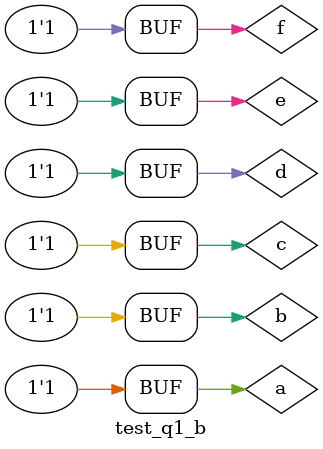
<source format=v>
`timescale 1ns / 1ps


module test_q1_b;

	// Inputs
	reg a;
	reg b;
	reg c;
	reg d;
	reg e;
	reg f;

	// Outputs
	wire o_p;

	// Instantiate the Unit Under Test (UUT)
	q1_b uut (
		.a(a), 
		.b(b), 
		.c(c), 
		.d(d), 
		.e(e), 
		.f(f), 
		.o_p(o_p)
	);

	initial begin
		// Initialize Inputs
		a = 0;
		b = 0;
		c = 0;
		d = 0;
		e = 0;
		f = 0;

		// Wait 100 ns for global reset to finish
		repeat(63)
		begin
		#10;
        a=a^(b&c&d&e&f);
		  b=b^(c&d&e&f);
		  c=c^(d&e&f);
		  d=d^(e&f);
		  e=e^f;
		  f=f^1;
		  end
		// Add stimulus here

	end
      
endmodule


</source>
